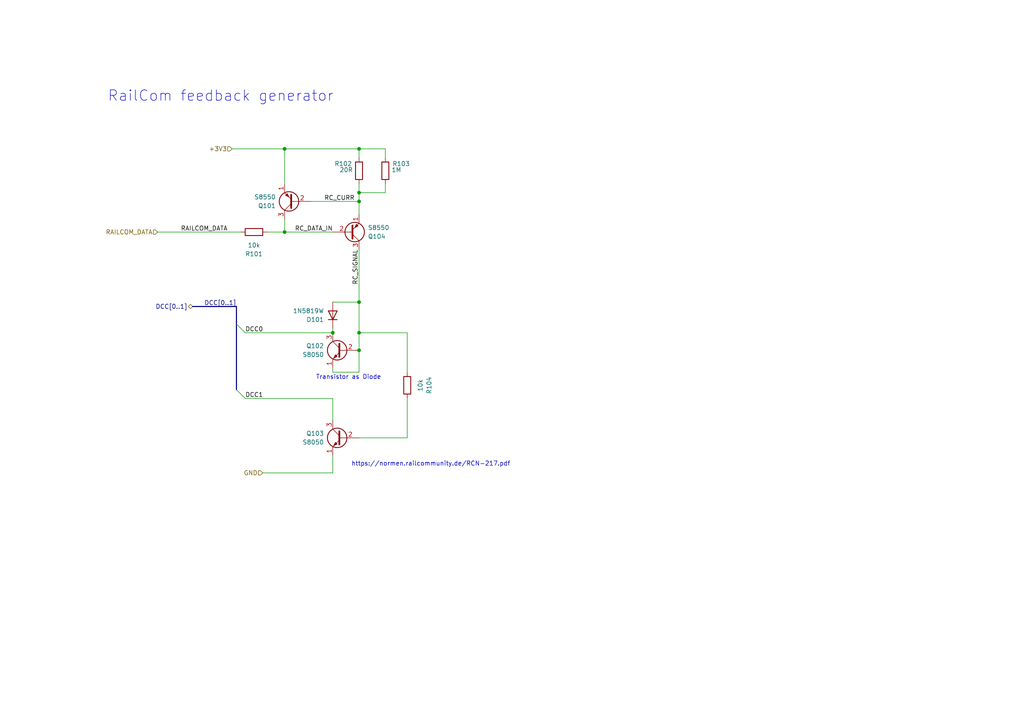
<source format=kicad_sch>
(kicad_sch (version 20231120) (generator "eeschema") (generator_version "8.0")
  (paper "A4")
  (title_block (title "xDuinoRail - RailcomDecoder - Development Kit \"Hermes\"") (date "2026-01-11") (rev "v1.0a") (company "Chatelain Engineering, Bern - CH"))
  (lib_symbols
    (symbol "Device:R" (pin_numbers hide) (pin_names (offset 0))
      (property "Reference" "R" (at 2.032 0 90))
      (property "Value" "R" (at 0 0 90))
      (symbol "R_0_1"
        (rectangle (start -1.016 -2.54) (end 1.016 2.54) (stroke (width 0.254)))
      )
      (symbol "R_1_1"
        (pin passive line (at 0 3.81 270) (length 1.27) (name "~") (number "1"))
        (pin passive line (at 0 -3.81 90) (length 1.27) (name "~") (number "2"))
      )
    )
    (symbol "Diode:1N4148W" (pin_numbers hide) (pin_names hide)
      (property "Reference" "D" (at 0 2.54 0))
      (property "Value" "1N4148W" (at 0 -2.54 0))
      (symbol "1N4148W_0_1"
        (polyline (pts (xy -1.27 1.27) (xy -1.27 -1.27)) (stroke (width 0.254)))
        (polyline (pts (xy 1.27 0) (xy -1.27 0)))
        (polyline (pts (xy 1.27 1.27) (xy 1.27 -1.27) (xy -1.27 0) (xy 1.27 1.27)) (stroke (width 0.254)))
      )
      (symbol "1N4148W_1_1"
        (pin passive line (at -3.81 0 0) (length 2.54) (name "K") (number "1"))
        (pin passive line (at 3.81 0 180) (length 2.54) (name "A") (number "2"))
      )
    )
    (symbol "Transistor_BJT:S8050" (pin_names (offset 0) hide)
      (property "Reference" "Q" (at 5.08 1.905 0))
      (property "Value" "S8050" (at 5.08 0 0))
      (symbol "S8050_0_1"
        (polyline (pts (xy 0 0) (xy 0.635 0)))
        (polyline (pts (xy 0.635 0.635) (xy 2.54 2.54)))
        (polyline (pts (xy 0.635 -0.635) (xy 2.54 -2.54) (xy 2.54 -2.54)))
        (polyline (pts (xy 0.635 1.905) (xy 0.635 -1.905) (xy 0.635 -1.905)) (stroke (width 0.508)))
        (polyline (pts (xy 1.27 -1.778) (xy 1.778 -1.27) (xy 2.286 -2.286) (xy 1.27 -1.778) (xy 1.27 -1.778)) (fill (type outline)))
        (circle (center 1.27 0) (radius 2.8194) (stroke (width 0.254)))
      )
      (symbol "S8050_1_1"
        (pin passive line (at 2.54 -5.08 90) (length 2.54) (name "E") (number "1"))
        (pin input line (at -5.08 0 0) (length 5.08) (name "B") (number "2"))
        (pin passive line (at 2.54 5.08 270) (length 2.54) (name "C") (number "3"))
      )
    )
    (symbol "Transistor_BJT:S8550" (pin_names (offset 0) hide)
      (property "Reference" "Q" (at 5.08 1.905 0))
      (property "Value" "S8550" (at 5.08 0 0))
      (symbol "S8550_0_1"
        (polyline (pts (xy 0 0) (xy 0.635 0)))
        (polyline (pts (xy 2.54 -2.54) (xy 0.635 -0.635)))
        (polyline (pts (xy 2.54 2.54) (xy 0.635 0.635)))
        (polyline (pts (xy 0.635 1.905) (xy 0.635 -1.905) (xy 0.635 -1.905)) (stroke (width 0.508)) (fill (type outline)))
        (polyline (pts (xy 1.778 -2.286) (xy 2.286 -1.778) (xy 1.27 -1.27) (xy 1.778 -2.286) (xy 1.778 -2.286)) (fill (type outline)))
        (circle (center 1.27 0) (radius 2.8194) (stroke (width 0.254)))
      )
      (symbol "S8550_1_1"
        (pin passive line (at 2.54 -5.08 90) (length 2.54) (name "E") (number "1"))
        (pin input line (at -5.08 0 0) (length 5.08) (name "B") (number "2"))
        (pin passive line (at 2.54 5.08 270) (length 2.54) (name "C") (number "3"))
      )
    )
  )
  (junction (at 96.52 96.52))
  (junction (at 104.14 43.18))
  (junction (at 104.14 55.88))
  (junction (at 104.14 101.6))
  (junction (at 104.14 96.52))
  (junction (at 104.14 58.42))
  (junction (at 82.55 67.31))
  (junction (at 82.55 43.18))
  (junction (at 104.14 87.63))
  (bus_entry (at 68.58 113.03) (size 2.54 2.54))
  (bus_entry (at 68.58 93.98) (size 2.54 2.54))
  (wire (pts (xy 104.14 53.34) (xy 104.14 55.88)))
  (wire (pts (xy 118.11 96.52) (xy 118.11 107.95)))
  (wire (pts (xy 96.52 87.63) (xy 104.14 87.63)))
  (wire (pts (xy 118.11 115.57) (xy 118.11 127)))
  (wire (pts (xy 104.14 96.52) (xy 104.14 101.6)))
  (wire (pts (xy 69.85 67.31) (xy 45.72 67.31)))
  (bus (pts (xy 55.88 88.9) (xy 68.58 88.9)))
  (wire (pts (xy 104.14 101.6) (xy 104.14 107.95)))
  (wire (pts (xy 71.12 115.57) (xy 96.52 115.57)))
  (wire (pts (xy 104.14 72.39) (xy 104.14 87.63)))
  (wire (pts (xy 82.55 63.5) (xy 82.55 67.31)))
  (wire (pts (xy 104.14 45.72) (xy 104.14 43.18)))
  (wire (pts (xy 104.14 87.63) (xy 104.14 96.52)))
  (wire (pts (xy 104.14 96.52) (xy 118.11 96.52)))
  (wire (pts (xy 104.14 58.42) (xy 104.14 62.23)))
  (wire (pts (xy 96.52 95.25) (xy 96.52 96.52)))
  (wire (pts (xy 82.55 43.18) (xy 104.14 43.18)))
  (wire (pts (xy 82.55 43.18) (xy 82.55 53.34)))
  (wire (pts (xy 111.76 53.34) (xy 111.76 55.88)))
  (wire (pts (xy 77.47 67.31) (xy 82.55 67.31)))
  (wire (pts (xy 104.14 55.88) (xy 111.76 55.88)))
  (wire (pts (xy 76.2 137.16) (xy 96.52 137.16)))
  (wire (pts (xy 104.14 127) (xy 118.11 127)))
  (wire (pts (xy 104.14 58.42) (xy 90.17 58.42)))
  (bus (pts (xy 68.58 88.9) (xy 68.58 93.98)))
  (wire (pts (xy 71.12 96.52) (xy 96.52 96.52)))
  (wire (pts (xy 96.52 107.95) (xy 96.52 106.68)))
  (wire (pts (xy 82.55 43.18) (xy 67.31 43.18)))
  (wire (pts (xy 96.52 67.31) (xy 82.55 67.31)))
  (bus (pts (xy 68.58 113.03) (xy 68.58 93.98)))
  (wire (pts (xy 96.52 121.92) (xy 96.52 115.57)))
  (wire (pts (xy 104.14 107.95) (xy 96.52 107.95)))
  (wire (pts (xy 111.76 45.72) (xy 111.76 43.18)))
  (wire (pts (xy 104.14 43.18) (xy 111.76 43.18)))
  (wire (pts (xy 96.52 137.16) (xy 96.52 132.08)))
  (wire (pts (xy 104.14 55.88) (xy 104.14 58.42)))
  (text "Transistor as Diode" (at 101.092 109.474 0) (effects (font (size 1.27 1.27))))
  (text "RailCom feedback generator" (at 64.008 27.94 0) (effects (font (size 3.048 3.048))))
  (text "https://normen.railcommunity.de/RCN-217.pdf" (at 124.968 134.62 0) (effects (font (size 1.27 1.27))))
  (label "RC_CURR" (at 102.87 58.42 180))
  (label "RC_DATA_IN" (at 96.52 67.31 180))
  (label "RC_SIGNAL" (at 104.14 82.55 90))
  (label "DCC[0..1]" (at 68.58 88.9 180))
  (label "DCC1" (at 71.12 115.57 0))
  (label "DCC0" (at 71.12 96.52 0))
  (label "RAILCOM_DATA" (at 66.04 67.31 180))
  (hierarchical_label "DCC[0..1]" (shape bidirectional) (at 55.88 88.9 180))
  (hierarchical_label "GND" (shape input) (at 76.2 137.16 180))
  (hierarchical_label "+3V3" (shape input) (at 67.31 43.18 180))
  (hierarchical_label "RAILCOM_DATA" (shape input) (at 45.72 67.31 180))
  (symbol (lib_id "Transistor_BJT:S8550") (at 85.09 58.42 180) (unit 1)
    (property "Reference" "Q101" (at 80.01 59.69 0) (effects (justify left)))
    (property "Value" "S8550" (at 80.01 57.15 0) (effects (justify left)))
    (property "Footprint" "xDuinoRail:8x50_SOT-23" (effects (hide yes)))
    (property "Datasheet" "http://www.unisonic.com.tw/datasheet/S8550.pdf" (effects (hide yes)))
    (property "Description" "0.7A Ic, 20V Vce, Low Voltage High Current PNP Transistor, TO-92" (effects (hide yes)))
    (property "LCSC" "C8542" (effects (hide yes)))
    (property "OLI_ID" "S8550-2TY_SOT-23" (effects (hide yes)))
    (property "Sim.Device" "PNP" (effects (hide yes)))
    (property "Sim.Type" "GUMMELPOON" (effects (hide yes)))
    (property "Sim.Pins" "3=C 2=B 1=E" (effects (hide yes)))
    (property "Sim.Library" "__ltspice\\8x50.lib" (effects (hide yes)))
    (property "Sim.Name" "S8550" (effects (hide yes)))
  )
  (symbol (lib_id "Transistor_BJT:S8550") (at 101.6 67.31 0) (mirror x) (unit 1)
    (property "Reference" "Q104" (at 106.68 68.58 0) (effects (justify left)))
    (property "Value" "S8550" (at 106.68 66.04 0) (effects (justify left)))
    (property "Footprint" "xDuinoRail:8x50_SOT-23" (effects (hide yes)))
    (property "Datasheet" "http://www.unisonic.com.tw/datasheet/S8550.pdf" (effects (hide yes)))
    (property "Description" "0.7A Ic, 20V Vce, Low Voltage High Current PNP Transistor, TO-92" (effects (hide yes)))
    (property "LCSC" "C8542" (effects (hide yes)))
    (property "OLI_ID" "S8550-2TY_SOT-23" (effects (hide yes)))
    (property "Sim.Device" "PNP" (effects (hide yes)))
    (property "Sim.Pins" "3=C 2=B 1=E" (effects (hide yes)))
    (property "Sim.Type" "GUMMELPOON" (effects (hide yes)))
    (property "Sim.Library" "__ltspice\\8x50.lib" (effects (hide yes)))
    (property "Sim.Name" "S8550" (effects (hide yes)))
  )
  (symbol (lib_id "Device:R") (at 104.14 49.53 0) (mirror x) (unit 1)
    (property "Reference" "R102" (at 102.108 47.498 0) (effects (justify right)))
    (property "Value" "20R" (at 102.362 49.276 0) (effects (justify right)))
    (property "Footprint" "Resistor_SMD:R_0603_1608Metric_Pad0.98x0.95mm_HandSolder" (effects (hide yes)))
    (property "Description" "Resistor" (effects (hide yes)))
    (property "LCSC" "C22950" (effects (hide yes)))
    (property "OLI_ID" "20R_0805" (effects (hide yes)))
    (property "Sim.Device" "R" (effects (hide yes)))
    (property "Sim.Pins" "1=+ 2=-" (effects (hide yes)))
  )
  (symbol (lib_id "Transistor_BJT:S8050") (at 99.06 101.6 0) (mirror y) (unit 1) (exclude_from_sim yes) (in_bom no) (on_board no)
    (property "Reference" "Q102" (at 93.98 100.33 0) (effects (justify left)))
    (property "Value" "S8050" (at 93.98 102.87 0) (effects (justify left)))
    (property "Footprint" "xDuinoRail:8x50_SOT-23" (effects (hide yes)))
    (property "Datasheet" "http://www.unisonic.com.tw/datasheet/S8050.pdf" (effects (hide yes)))
    (property "Description" "0.7A Ic, 20V Vce, Low Voltage High Current NPN Transistor, TO-92" (effects (hide yes)))
    (property "LCSC" "C2150" (effects (hide yes)))
    (property "OLI_ID" "S8050-J3Y_SOT-23" (effects (hide yes)))
    (property "Sim.Device" "NPN" (effects (hide yes)))
    (property "Sim.Pins" "1=E 2=B 3=C" (effects (hide yes)))
    (property "Sim.Type" "GUMMELPOON" (effects (hide yes)))
    (property "Sim.Library" "__ltspice\\8x50.lib" (effects (hide yes)))
    (property "Sim.Name" "S8050" (effects (hide yes)))
  )
  (symbol (lib_id "Device:R") (at 73.66 67.31 270) (unit 1)
    (property "Reference" "R101" (at 73.66 73.66 90))
    (property "Value" "10k" (at 73.66 71.12 90))
    (property "Footprint" "Resistor_SMD:R_0603_1608Metric_Pad0.98x0.95mm_HandSolder" (effects (hide yes)))
    (property "Description" "Resistor" (effects (hide yes)))
    (property "LCSC" "C25744" (effects (hide yes)))
    (property "OLI_ID" "10k_0603" (effects (hide yes)))
    (property "Sim.Device" "R" (effects (hide yes)))
    (property "Sim.Pins" "1=+ 2=-" (effects (hide yes)))
  )
  (symbol (lib_id "Transistor_BJT:S8050") (at 99.06 127 0) (mirror y) (unit 1)
    (property "Reference" "Q103" (at 93.98 125.73 0) (effects (justify left)))
    (property "Value" "S8050" (at 93.98 128.27 0) (effects (justify left)))
    (property "Footprint" "xDuinoRail:8x50_SOT-23" (effects (hide yes)))
    (property "Datasheet" "http://www.unisonic.com.tw/datasheet/S8050.pdf" (effects (hide yes)))
    (property "Description" "0.7A Ic, 20V Vce, Low Voltage High Current NPN Transistor, TO-92" (effects (hide yes)))
    (property "LCSC" "C2150" (effects (hide yes)))
    (property "OLI_ID" "S8050-J3Y_SOT-23" (effects (hide yes)))
    (property "Sim.Device" "NPN" (effects (hide yes)))
    (property "Sim.Pins" "1=E 2=B 3=C" (effects (hide yes)))
    (property "Sim.Type" "GUMMELPOON" (effects (hide yes)))
    (property "Sim.Library" "__ltspice\\8x50.lib" (effects (hide yes)))
    (property "Sim.Name" "S8050" (effects (hide yes)))
  )
  (symbol (lib_id "Device:R") (at 118.11 111.76 0) (unit 1)
    (property "Reference" "R104" (at 124.46 111.76 90))
    (property "Value" "10k" (at 121.92 111.76 90))
    (property "Footprint" "Resistor_SMD:R_0603_1608Metric_Pad0.98x0.95mm_HandSolder" (effects (hide yes)))
    (property "Description" "Resistor" (effects (hide yes)))
    (property "LCSC" "C25744" (effects (hide yes)))
    (property "OLI_ID" "10k_0603" (effects (hide yes)))
    (property "Sim.Device" "R" (effects (hide yes)))
    (property "Sim.Pins" "1=+ 2=-" (effects (hide yes)))
  )
  (symbol (lib_id "Device:R") (at 111.76 49.53 180) (unit 1) (in_bom no)
    (property "Reference" "R103" (at 113.792 47.498 0) (effects (justify right)))
    (property "Value" "1M" (at 113.538 49.276 0) (effects (justify right)))
    (property "Footprint" "Resistor_SMD:R_0603_1608Metric_Pad0.98x0.95mm_HandSolder" (effects (hide yes)))
    (property "Description" "Resistor" (effects (hide yes)))
    (property "LCSC" "C22950" (effects (hide yes)))
    (property "OLI_ID" "1M_0805" (effects (hide yes)))
    (property "Sim.Device" "R" (effects (hide yes)))
    (property "Sim.Pins" "1=+ 2=-" (effects (hide yes)))
  )
  (symbol (lib_id "Diode:1N4148W") (at 96.52 91.44 90) (unit 1)
    (property "Reference" "D101" (at 93.98 92.71 90) (effects (justify left)))
    (property "Value" "1N5819W" (at 93.98 90.17 90) (effects (justify left)))
    (property "Footprint" "Diode_SMD:D_SOD-123" (effects (hide yes)))
    (property "Datasheet" "https://www.vishay.com/docs/85748/1n4148w.pdf" (effects (hide yes)))
    (property "Description" "75V 0.15A Fast Switching Diode, SOD-123" (effects (hide yes)))
    (property "Sim.Device" "D" (effects (hide yes)))
    (property "Sim.Pins" "1=K 2=A" (effects (hide yes)))
    (property "LCSC" "C81598" (effects (hide yes)))
    (property "OLI_ID" "1N4148W_SOD-123" (effects (hide yes)))
  )
)
</source>
